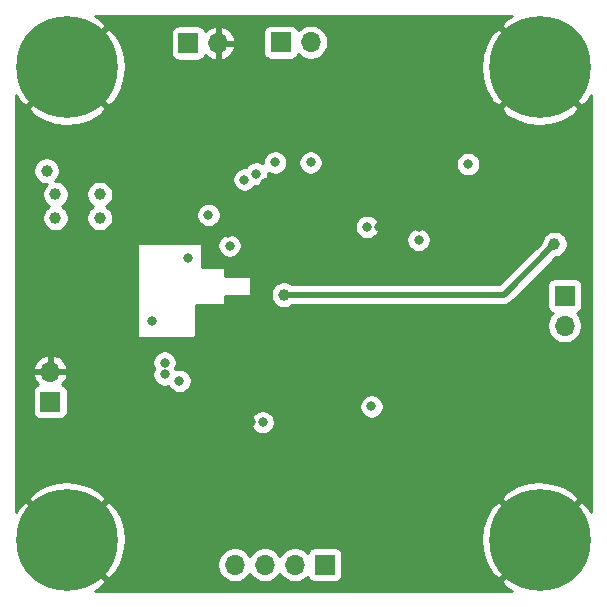
<source format=gbr>
G04 #@! TF.GenerationSoftware,KiCad,Pcbnew,(5.1.5)-3*
G04 #@! TF.CreationDate,2020-06-14T16:13:44+03:00*
G04 #@! TF.ProjectId,dev_board,6465765f-626f-4617-9264-2e6b69636164,rev?*
G04 #@! TF.SameCoordinates,Original*
G04 #@! TF.FileFunction,Copper,L4,Bot*
G04 #@! TF.FilePolarity,Positive*
%FSLAX46Y46*%
G04 Gerber Fmt 4.6, Leading zero omitted, Abs format (unit mm)*
G04 Created by KiCad (PCBNEW (5.1.5)-3) date 2020-06-14 16:13:44*
%MOMM*%
%LPD*%
G04 APERTURE LIST*
%ADD10C,0.900000*%
%ADD11C,8.600000*%
%ADD12O,1.700000X1.700000*%
%ADD13R,1.700000X1.700000*%
%ADD14C,0.800000*%
%ADD15C,1.000000*%
%ADD16C,0.500000*%
%ADD17C,0.254000*%
G04 APERTURE END LIST*
D10*
X37280419Y-32719581D03*
X35000000Y-31775000D03*
X32719581Y-32719581D03*
X31775000Y-35000000D03*
X32719581Y-37280419D03*
X35000000Y-38225000D03*
X37280419Y-37280419D03*
X38225000Y-35000000D03*
D11*
X35000000Y-35000000D03*
X75000000Y-35000000D03*
D10*
X78225000Y-35000000D03*
X77280419Y-37280419D03*
X75000000Y-38225000D03*
X72719581Y-37280419D03*
X71775000Y-35000000D03*
X72719581Y-32719581D03*
X75000000Y-31775000D03*
X77280419Y-32719581D03*
X77280419Y-72719581D03*
X75000000Y-71775000D03*
X72719581Y-72719581D03*
X71775000Y-75000000D03*
X72719581Y-77280419D03*
X75000000Y-78225000D03*
X77280419Y-77280419D03*
X78225000Y-75000000D03*
D11*
X75000000Y-75000000D03*
X35000000Y-75000000D03*
D10*
X38225000Y-75000000D03*
X37280419Y-77280419D03*
X35000000Y-78225000D03*
X32719581Y-77280419D03*
X31775000Y-75000000D03*
X32719581Y-72719581D03*
X35000000Y-71775000D03*
X37280419Y-72719581D03*
D12*
X33550000Y-60760000D03*
D13*
X33550000Y-63300000D03*
D12*
X77110000Y-56870000D03*
D13*
X77110000Y-54330000D03*
X53080000Y-32870000D03*
D12*
X55620000Y-32870000D03*
D13*
X45240000Y-32940000D03*
D12*
X47780000Y-32940000D03*
D13*
X56810000Y-77110000D03*
D12*
X54270000Y-77110000D03*
X51730000Y-77110000D03*
X49190000Y-77110000D03*
D14*
X43100000Y-45400000D03*
X48600000Y-49000000D03*
X61700000Y-60350000D03*
X61400000Y-48500000D03*
X49400000Y-62550000D03*
X48300000Y-43850000D03*
X63250000Y-63250000D03*
X46950000Y-45950000D03*
X46950000Y-47500000D03*
X51750000Y-44750000D03*
X50000000Y-44500000D03*
X51000000Y-44000000D03*
D15*
X32000000Y-50000000D03*
X32000000Y-52750000D03*
X32250000Y-55750000D03*
X34500000Y-55750000D03*
X34500000Y-57750000D03*
X32250000Y-57750000D03*
X37750000Y-45750000D03*
X37750000Y-47750000D03*
X34000000Y-47750000D03*
X34000000Y-45750000D03*
X33250000Y-43750000D03*
D14*
X45200000Y-51100000D03*
X42200000Y-56500000D03*
X64750000Y-48550000D03*
X65650000Y-51150000D03*
X63200000Y-61850000D03*
X58400000Y-65950000D03*
X57000000Y-64950000D03*
X50550000Y-65050000D03*
X51550000Y-65050000D03*
X43250000Y-60000000D03*
X43250000Y-61000000D03*
X64750000Y-49600000D03*
X60400000Y-48500000D03*
X68950000Y-43200000D03*
X60750000Y-63700000D03*
X44500000Y-61550000D03*
X46400000Y-55500000D03*
X47450000Y-55500000D03*
X44750000Y-46800000D03*
X41350000Y-46800000D03*
X48750000Y-50100000D03*
X52600000Y-43050000D03*
X55600000Y-43050000D03*
X68950000Y-44500000D03*
X69100000Y-48050000D03*
D15*
X60000000Y-32500000D03*
X65000000Y-32500000D03*
X65000000Y-37500000D03*
X60000000Y-37500000D03*
X60000000Y-42500000D03*
X65000000Y-42500000D03*
X50000000Y-37500000D03*
X42500000Y-37500000D03*
X42500000Y-40000000D03*
X50000000Y-40000000D03*
X67500000Y-62500000D03*
X72500000Y-62500000D03*
X77500000Y-62500000D03*
X77500000Y-67500000D03*
X72500000Y-67500000D03*
X57500000Y-67500000D03*
X60000000Y-72500000D03*
X65000000Y-72500000D03*
X70000000Y-72500000D03*
X65000000Y-77500000D03*
X60000000Y-77500000D03*
X70000000Y-77500000D03*
X40000000Y-77500000D03*
X40000000Y-72500000D03*
X40000000Y-67500000D03*
X45000000Y-67500000D03*
X50000000Y-67500000D03*
X45000000Y-72500000D03*
X45000000Y-77500000D03*
X70000000Y-57500000D03*
X35000000Y-67500000D03*
X53350000Y-54250000D03*
X76250000Y-49950000D03*
D16*
X71950000Y-54250000D02*
X76250000Y-49950000D01*
X53350000Y-54250000D02*
X71950000Y-54250000D01*
D17*
G36*
X72301560Y-30839606D02*
G01*
X72188946Y-30914851D01*
X71696787Y-31517182D01*
X75000000Y-34820395D01*
X75014143Y-34806253D01*
X75193748Y-34985858D01*
X75179605Y-35000000D01*
X78482818Y-38303213D01*
X79085149Y-37811054D01*
X79340000Y-37349534D01*
X79340001Y-72648909D01*
X79160394Y-72301560D01*
X79085149Y-72188946D01*
X78482818Y-71696787D01*
X75179605Y-75000000D01*
X75193748Y-75014143D01*
X75014143Y-75193748D01*
X75000000Y-75179605D01*
X71696787Y-78482818D01*
X72188946Y-79085149D01*
X72650466Y-79340000D01*
X37351093Y-79340000D01*
X37698440Y-79160394D01*
X37811054Y-79085149D01*
X38303213Y-78482818D01*
X35000000Y-75179605D01*
X34985858Y-75193748D01*
X34806253Y-75014143D01*
X34820395Y-75000000D01*
X35179605Y-75000000D01*
X38482818Y-78303213D01*
X39085149Y-77811054D01*
X39553034Y-76963740D01*
X47705000Y-76963740D01*
X47705000Y-77256260D01*
X47762068Y-77543158D01*
X47874010Y-77813411D01*
X48036525Y-78056632D01*
X48243368Y-78263475D01*
X48486589Y-78425990D01*
X48756842Y-78537932D01*
X49043740Y-78595000D01*
X49336260Y-78595000D01*
X49623158Y-78537932D01*
X49893411Y-78425990D01*
X50136632Y-78263475D01*
X50343475Y-78056632D01*
X50460000Y-77882240D01*
X50576525Y-78056632D01*
X50783368Y-78263475D01*
X51026589Y-78425990D01*
X51296842Y-78537932D01*
X51583740Y-78595000D01*
X51876260Y-78595000D01*
X52163158Y-78537932D01*
X52433411Y-78425990D01*
X52676632Y-78263475D01*
X52883475Y-78056632D01*
X53000000Y-77882240D01*
X53116525Y-78056632D01*
X53323368Y-78263475D01*
X53566589Y-78425990D01*
X53836842Y-78537932D01*
X54123740Y-78595000D01*
X54416260Y-78595000D01*
X54703158Y-78537932D01*
X54973411Y-78425990D01*
X55216632Y-78263475D01*
X55348487Y-78131620D01*
X55370498Y-78204180D01*
X55429463Y-78314494D01*
X55508815Y-78411185D01*
X55605506Y-78490537D01*
X55715820Y-78549502D01*
X55835518Y-78585812D01*
X55960000Y-78598072D01*
X57660000Y-78598072D01*
X57784482Y-78585812D01*
X57904180Y-78549502D01*
X58014494Y-78490537D01*
X58111185Y-78411185D01*
X58190537Y-78314494D01*
X58249502Y-78204180D01*
X58285812Y-78084482D01*
X58298072Y-77960000D01*
X58298072Y-76260000D01*
X58285812Y-76135518D01*
X58249502Y-76015820D01*
X58190537Y-75905506D01*
X58111185Y-75808815D01*
X58014494Y-75729463D01*
X57904180Y-75670498D01*
X57784482Y-75634188D01*
X57660000Y-75621928D01*
X55960000Y-75621928D01*
X55835518Y-75634188D01*
X55715820Y-75670498D01*
X55605506Y-75729463D01*
X55508815Y-75808815D01*
X55429463Y-75905506D01*
X55370498Y-76015820D01*
X55348487Y-76088380D01*
X55216632Y-75956525D01*
X54973411Y-75794010D01*
X54703158Y-75682068D01*
X54416260Y-75625000D01*
X54123740Y-75625000D01*
X53836842Y-75682068D01*
X53566589Y-75794010D01*
X53323368Y-75956525D01*
X53116525Y-76163368D01*
X53000000Y-76337760D01*
X52883475Y-76163368D01*
X52676632Y-75956525D01*
X52433411Y-75794010D01*
X52163158Y-75682068D01*
X51876260Y-75625000D01*
X51583740Y-75625000D01*
X51296842Y-75682068D01*
X51026589Y-75794010D01*
X50783368Y-75956525D01*
X50576525Y-76163368D01*
X50460000Y-76337760D01*
X50343475Y-76163368D01*
X50136632Y-75956525D01*
X49893411Y-75794010D01*
X49623158Y-75682068D01*
X49336260Y-75625000D01*
X49043740Y-75625000D01*
X48756842Y-75682068D01*
X48486589Y-75794010D01*
X48243368Y-75956525D01*
X48036525Y-76163368D01*
X47874010Y-76406589D01*
X47762068Y-76676842D01*
X47705000Y-76963740D01*
X39553034Y-76963740D01*
X39555063Y-76960067D01*
X39849929Y-76033757D01*
X39958414Y-75067719D01*
X39946940Y-74932281D01*
X70041586Y-74932281D01*
X70123649Y-75900921D01*
X70393107Y-76834938D01*
X70839606Y-77698440D01*
X70914851Y-77811054D01*
X71517182Y-78303213D01*
X74820395Y-75000000D01*
X71517182Y-71696787D01*
X70914851Y-72188946D01*
X70444937Y-73039933D01*
X70150071Y-73966243D01*
X70041586Y-74932281D01*
X39946940Y-74932281D01*
X39876351Y-74099079D01*
X39606893Y-73165062D01*
X39160394Y-72301560D01*
X39085149Y-72188946D01*
X38482818Y-71696787D01*
X35179605Y-75000000D01*
X34820395Y-75000000D01*
X31517182Y-71696787D01*
X30914851Y-72188946D01*
X30660000Y-72650466D01*
X30660000Y-71517182D01*
X31696787Y-71517182D01*
X35000000Y-74820395D01*
X38303213Y-71517182D01*
X71696787Y-71517182D01*
X75000000Y-74820395D01*
X78303213Y-71517182D01*
X77811054Y-70914851D01*
X76960067Y-70444937D01*
X76033757Y-70150071D01*
X75067719Y-70041586D01*
X74099079Y-70123649D01*
X73165062Y-70393107D01*
X72301560Y-70839606D01*
X72188946Y-70914851D01*
X71696787Y-71517182D01*
X38303213Y-71517182D01*
X37811054Y-70914851D01*
X36960067Y-70444937D01*
X36033757Y-70150071D01*
X35067719Y-70041586D01*
X34099079Y-70123649D01*
X33165062Y-70393107D01*
X32301560Y-70839606D01*
X32188946Y-70914851D01*
X31696787Y-71517182D01*
X30660000Y-71517182D01*
X30660000Y-64948061D01*
X50515000Y-64948061D01*
X50515000Y-65151939D01*
X50554774Y-65351898D01*
X50632795Y-65540256D01*
X50746063Y-65709774D01*
X50890226Y-65853937D01*
X51059744Y-65967205D01*
X51248102Y-66045226D01*
X51448061Y-66085000D01*
X51651939Y-66085000D01*
X51851898Y-66045226D01*
X52040256Y-65967205D01*
X52209774Y-65853937D01*
X52353937Y-65709774D01*
X52467205Y-65540256D01*
X52545226Y-65351898D01*
X52585000Y-65151939D01*
X52585000Y-64948061D01*
X52545226Y-64748102D01*
X52467205Y-64559744D01*
X52353937Y-64390226D01*
X52209774Y-64246063D01*
X52040256Y-64132795D01*
X51851898Y-64054774D01*
X51651939Y-64015000D01*
X51448061Y-64015000D01*
X51248102Y-64054774D01*
X51059744Y-64132795D01*
X50890226Y-64246063D01*
X50746063Y-64390226D01*
X50632795Y-64559744D01*
X50554774Y-64748102D01*
X50515000Y-64948061D01*
X30660000Y-64948061D01*
X30660000Y-62450000D01*
X32061928Y-62450000D01*
X32061928Y-64150000D01*
X32074188Y-64274482D01*
X32110498Y-64394180D01*
X32169463Y-64504494D01*
X32248815Y-64601185D01*
X32345506Y-64680537D01*
X32455820Y-64739502D01*
X32575518Y-64775812D01*
X32700000Y-64788072D01*
X34400000Y-64788072D01*
X34524482Y-64775812D01*
X34644180Y-64739502D01*
X34754494Y-64680537D01*
X34851185Y-64601185D01*
X34930537Y-64504494D01*
X34989502Y-64394180D01*
X35025812Y-64274482D01*
X35038072Y-64150000D01*
X35038072Y-63598061D01*
X59715000Y-63598061D01*
X59715000Y-63801939D01*
X59754774Y-64001898D01*
X59832795Y-64190256D01*
X59946063Y-64359774D01*
X60090226Y-64503937D01*
X60259744Y-64617205D01*
X60448102Y-64695226D01*
X60648061Y-64735000D01*
X60851939Y-64735000D01*
X61051898Y-64695226D01*
X61240256Y-64617205D01*
X61409774Y-64503937D01*
X61553937Y-64359774D01*
X61667205Y-64190256D01*
X61745226Y-64001898D01*
X61785000Y-63801939D01*
X61785000Y-63598061D01*
X61745226Y-63398102D01*
X61667205Y-63209744D01*
X61553937Y-63040226D01*
X61409774Y-62896063D01*
X61240256Y-62782795D01*
X61051898Y-62704774D01*
X60851939Y-62665000D01*
X60648061Y-62665000D01*
X60448102Y-62704774D01*
X60259744Y-62782795D01*
X60090226Y-62896063D01*
X59946063Y-63040226D01*
X59832795Y-63209744D01*
X59754774Y-63398102D01*
X59715000Y-63598061D01*
X35038072Y-63598061D01*
X35038072Y-62450000D01*
X35025812Y-62325518D01*
X34989502Y-62205820D01*
X34930537Y-62095506D01*
X34851185Y-61998815D01*
X34754494Y-61919463D01*
X34644180Y-61860498D01*
X34563534Y-61836034D01*
X34647588Y-61760269D01*
X34821641Y-61526920D01*
X34946825Y-61264099D01*
X34991476Y-61116890D01*
X34870155Y-60887000D01*
X33677000Y-60887000D01*
X33677000Y-60907000D01*
X33423000Y-60907000D01*
X33423000Y-60887000D01*
X32229845Y-60887000D01*
X32108524Y-61116890D01*
X32153175Y-61264099D01*
X32278359Y-61526920D01*
X32452412Y-61760269D01*
X32536466Y-61836034D01*
X32455820Y-61860498D01*
X32345506Y-61919463D01*
X32248815Y-61998815D01*
X32169463Y-62095506D01*
X32110498Y-62205820D01*
X32074188Y-62325518D01*
X32061928Y-62450000D01*
X30660000Y-62450000D01*
X30660000Y-60403110D01*
X32108524Y-60403110D01*
X32229845Y-60633000D01*
X33423000Y-60633000D01*
X33423000Y-59439186D01*
X33677000Y-59439186D01*
X33677000Y-60633000D01*
X34870155Y-60633000D01*
X34991476Y-60403110D01*
X34946825Y-60255901D01*
X34821641Y-59993080D01*
X34750768Y-59898061D01*
X42215000Y-59898061D01*
X42215000Y-60101939D01*
X42254774Y-60301898D01*
X42332795Y-60490256D01*
X42339306Y-60500000D01*
X42332795Y-60509744D01*
X42254774Y-60698102D01*
X42215000Y-60898061D01*
X42215000Y-61101939D01*
X42254774Y-61301898D01*
X42332795Y-61490256D01*
X42446063Y-61659774D01*
X42590226Y-61803937D01*
X42759744Y-61917205D01*
X42948102Y-61995226D01*
X43148061Y-62035000D01*
X43351939Y-62035000D01*
X43551898Y-61995226D01*
X43562350Y-61990897D01*
X43582795Y-62040256D01*
X43696063Y-62209774D01*
X43840226Y-62353937D01*
X44009744Y-62467205D01*
X44198102Y-62545226D01*
X44398061Y-62585000D01*
X44601939Y-62585000D01*
X44801898Y-62545226D01*
X44990256Y-62467205D01*
X45159774Y-62353937D01*
X45303937Y-62209774D01*
X45417205Y-62040256D01*
X45495226Y-61851898D01*
X45535000Y-61651939D01*
X45535000Y-61448061D01*
X45495226Y-61248102D01*
X45417205Y-61059744D01*
X45303937Y-60890226D01*
X45159774Y-60746063D01*
X44990256Y-60632795D01*
X44801898Y-60554774D01*
X44601939Y-60515000D01*
X44398061Y-60515000D01*
X44198102Y-60554774D01*
X44187650Y-60559103D01*
X44167205Y-60509744D01*
X44160694Y-60500000D01*
X44167205Y-60490256D01*
X44245226Y-60301898D01*
X44285000Y-60101939D01*
X44285000Y-59898061D01*
X44245226Y-59698102D01*
X44167205Y-59509744D01*
X44053937Y-59340226D01*
X43909774Y-59196063D01*
X43740256Y-59082795D01*
X43551898Y-59004774D01*
X43351939Y-58965000D01*
X43148061Y-58965000D01*
X42948102Y-59004774D01*
X42759744Y-59082795D01*
X42590226Y-59196063D01*
X42446063Y-59340226D01*
X42332795Y-59509744D01*
X42254774Y-59698102D01*
X42215000Y-59898061D01*
X34750768Y-59898061D01*
X34647588Y-59759731D01*
X34431355Y-59564822D01*
X34181252Y-59415843D01*
X33906891Y-59318519D01*
X33677000Y-59439186D01*
X33423000Y-59439186D01*
X33193109Y-59318519D01*
X32918748Y-59415843D01*
X32668645Y-59564822D01*
X32452412Y-59759731D01*
X32278359Y-59993080D01*
X32153175Y-60255901D01*
X32108524Y-60403110D01*
X30660000Y-60403110D01*
X30660000Y-50000000D01*
X40873000Y-50000000D01*
X40873000Y-57750000D01*
X40875440Y-57774776D01*
X40882667Y-57798601D01*
X40894403Y-57820557D01*
X40910197Y-57839803D01*
X40929443Y-57855597D01*
X40951399Y-57867333D01*
X40975224Y-57874560D01*
X41000000Y-57877000D01*
X45750000Y-57877000D01*
X45774776Y-57874560D01*
X45798601Y-57867333D01*
X45820557Y-57855597D01*
X45839803Y-57839803D01*
X45855597Y-57820557D01*
X45867333Y-57798601D01*
X45874560Y-57774776D01*
X45877000Y-57750000D01*
X45877000Y-55127000D01*
X48250000Y-55127000D01*
X48274776Y-55124560D01*
X48298601Y-55117333D01*
X48320557Y-55105597D01*
X48339803Y-55089803D01*
X48355597Y-55070557D01*
X48367333Y-55048601D01*
X48374560Y-55024776D01*
X48377000Y-55000000D01*
X48377000Y-54352000D01*
X50400000Y-54352000D01*
X50424776Y-54349560D01*
X50448601Y-54342333D01*
X50470557Y-54330597D01*
X50489803Y-54314803D01*
X50505597Y-54295557D01*
X50517333Y-54273601D01*
X50524560Y-54249776D01*
X50527000Y-54225000D01*
X50527000Y-54138212D01*
X52215000Y-54138212D01*
X52215000Y-54361788D01*
X52258617Y-54581067D01*
X52344176Y-54787624D01*
X52468388Y-54973520D01*
X52626480Y-55131612D01*
X52812376Y-55255824D01*
X53018933Y-55341383D01*
X53238212Y-55385000D01*
X53461788Y-55385000D01*
X53681067Y-55341383D01*
X53887624Y-55255824D01*
X54068450Y-55135000D01*
X71906531Y-55135000D01*
X71950000Y-55139281D01*
X71993469Y-55135000D01*
X71993477Y-55135000D01*
X72123490Y-55122195D01*
X72290313Y-55071589D01*
X72444059Y-54989411D01*
X72578817Y-54878817D01*
X72606534Y-54845044D01*
X73971578Y-53480000D01*
X75621928Y-53480000D01*
X75621928Y-55180000D01*
X75634188Y-55304482D01*
X75670498Y-55424180D01*
X75729463Y-55534494D01*
X75808815Y-55631185D01*
X75905506Y-55710537D01*
X76015820Y-55769502D01*
X76088380Y-55791513D01*
X75956525Y-55923368D01*
X75794010Y-56166589D01*
X75682068Y-56436842D01*
X75625000Y-56723740D01*
X75625000Y-57016260D01*
X75682068Y-57303158D01*
X75794010Y-57573411D01*
X75956525Y-57816632D01*
X76163368Y-58023475D01*
X76406589Y-58185990D01*
X76676842Y-58297932D01*
X76963740Y-58355000D01*
X77256260Y-58355000D01*
X77543158Y-58297932D01*
X77813411Y-58185990D01*
X78056632Y-58023475D01*
X78263475Y-57816632D01*
X78425990Y-57573411D01*
X78537932Y-57303158D01*
X78595000Y-57016260D01*
X78595000Y-56723740D01*
X78537932Y-56436842D01*
X78425990Y-56166589D01*
X78263475Y-55923368D01*
X78131620Y-55791513D01*
X78204180Y-55769502D01*
X78314494Y-55710537D01*
X78411185Y-55631185D01*
X78490537Y-55534494D01*
X78549502Y-55424180D01*
X78585812Y-55304482D01*
X78598072Y-55180000D01*
X78598072Y-53480000D01*
X78585812Y-53355518D01*
X78549502Y-53235820D01*
X78490537Y-53125506D01*
X78411185Y-53028815D01*
X78314494Y-52949463D01*
X78204180Y-52890498D01*
X78084482Y-52854188D01*
X77960000Y-52841928D01*
X76260000Y-52841928D01*
X76135518Y-52854188D01*
X76015820Y-52890498D01*
X75905506Y-52949463D01*
X75808815Y-53028815D01*
X75729463Y-53125506D01*
X75670498Y-53235820D01*
X75634188Y-53355518D01*
X75621928Y-53480000D01*
X73971578Y-53480000D01*
X76367768Y-51083810D01*
X76581067Y-51041383D01*
X76787624Y-50955824D01*
X76973520Y-50831612D01*
X77131612Y-50673520D01*
X77255824Y-50487624D01*
X77341383Y-50281067D01*
X77385000Y-50061788D01*
X77385000Y-49838212D01*
X77341383Y-49618933D01*
X77255824Y-49412376D01*
X77131612Y-49226480D01*
X76973520Y-49068388D01*
X76787624Y-48944176D01*
X76581067Y-48858617D01*
X76361788Y-48815000D01*
X76138212Y-48815000D01*
X75918933Y-48858617D01*
X75712376Y-48944176D01*
X75526480Y-49068388D01*
X75368388Y-49226480D01*
X75244176Y-49412376D01*
X75158617Y-49618933D01*
X75116190Y-49832232D01*
X71583422Y-53365000D01*
X54068450Y-53365000D01*
X53887624Y-53244176D01*
X53681067Y-53158617D01*
X53461788Y-53115000D01*
X53238212Y-53115000D01*
X53018933Y-53158617D01*
X52812376Y-53244176D01*
X52626480Y-53368388D01*
X52468388Y-53526480D01*
X52344176Y-53712376D01*
X52258617Y-53918933D01*
X52215000Y-54138212D01*
X50527000Y-54138212D01*
X50527000Y-52775000D01*
X50524560Y-52750224D01*
X50517333Y-52726399D01*
X50505597Y-52704443D01*
X50489803Y-52685197D01*
X50470557Y-52669403D01*
X50448601Y-52657667D01*
X50424776Y-52650440D01*
X50400000Y-52648000D01*
X48377000Y-52648000D01*
X48377000Y-52000000D01*
X48374560Y-51975224D01*
X48367333Y-51951399D01*
X48355597Y-51929443D01*
X48339803Y-51910197D01*
X48320557Y-51894403D01*
X48298601Y-51882667D01*
X48274776Y-51875440D01*
X48250000Y-51873000D01*
X46377000Y-51873000D01*
X46377000Y-50000000D01*
X46376810Y-49998061D01*
X47715000Y-49998061D01*
X47715000Y-50201939D01*
X47754774Y-50401898D01*
X47832795Y-50590256D01*
X47946063Y-50759774D01*
X48090226Y-50903937D01*
X48259744Y-51017205D01*
X48448102Y-51095226D01*
X48648061Y-51135000D01*
X48851939Y-51135000D01*
X49051898Y-51095226D01*
X49240256Y-51017205D01*
X49409774Y-50903937D01*
X49553937Y-50759774D01*
X49667205Y-50590256D01*
X49745226Y-50401898D01*
X49785000Y-50201939D01*
X49785000Y-49998061D01*
X49745226Y-49798102D01*
X49667205Y-49609744D01*
X49553937Y-49440226D01*
X49409774Y-49296063D01*
X49240256Y-49182795D01*
X49051898Y-49104774D01*
X48851939Y-49065000D01*
X48648061Y-49065000D01*
X48448102Y-49104774D01*
X48259744Y-49182795D01*
X48090226Y-49296063D01*
X47946063Y-49440226D01*
X47832795Y-49609744D01*
X47754774Y-49798102D01*
X47715000Y-49998061D01*
X46376810Y-49998061D01*
X46374560Y-49975224D01*
X46367333Y-49951399D01*
X46355597Y-49929443D01*
X46339803Y-49910197D01*
X46320557Y-49894403D01*
X46298601Y-49882667D01*
X46274776Y-49875440D01*
X46250000Y-49873000D01*
X41000000Y-49873000D01*
X40975224Y-49875440D01*
X40951399Y-49882667D01*
X40929443Y-49894403D01*
X40910197Y-49910197D01*
X40894403Y-49929443D01*
X40882667Y-49951399D01*
X40875440Y-49975224D01*
X40873000Y-50000000D01*
X30660000Y-50000000D01*
X30660000Y-43638212D01*
X32115000Y-43638212D01*
X32115000Y-43861788D01*
X32158617Y-44081067D01*
X32244176Y-44287624D01*
X32368388Y-44473520D01*
X32526480Y-44631612D01*
X32712376Y-44755824D01*
X32918933Y-44841383D01*
X33138212Y-44885000D01*
X33259868Y-44885000D01*
X33118388Y-45026480D01*
X32994176Y-45212376D01*
X32908617Y-45418933D01*
X32865000Y-45638212D01*
X32865000Y-45861788D01*
X32908617Y-46081067D01*
X32994176Y-46287624D01*
X33118388Y-46473520D01*
X33276480Y-46631612D01*
X33453660Y-46750000D01*
X33276480Y-46868388D01*
X33118388Y-47026480D01*
X32994176Y-47212376D01*
X32908617Y-47418933D01*
X32865000Y-47638212D01*
X32865000Y-47861788D01*
X32908617Y-48081067D01*
X32994176Y-48287624D01*
X33118388Y-48473520D01*
X33276480Y-48631612D01*
X33462376Y-48755824D01*
X33668933Y-48841383D01*
X33888212Y-48885000D01*
X34111788Y-48885000D01*
X34331067Y-48841383D01*
X34537624Y-48755824D01*
X34723520Y-48631612D01*
X34881612Y-48473520D01*
X35005824Y-48287624D01*
X35091383Y-48081067D01*
X35135000Y-47861788D01*
X35135000Y-47638212D01*
X35091383Y-47418933D01*
X35005824Y-47212376D01*
X34881612Y-47026480D01*
X34723520Y-46868388D01*
X34546340Y-46750000D01*
X34723520Y-46631612D01*
X34881612Y-46473520D01*
X35005824Y-46287624D01*
X35091383Y-46081067D01*
X35135000Y-45861788D01*
X35135000Y-45638212D01*
X36615000Y-45638212D01*
X36615000Y-45861788D01*
X36658617Y-46081067D01*
X36744176Y-46287624D01*
X36868388Y-46473520D01*
X37026480Y-46631612D01*
X37203660Y-46750000D01*
X37026480Y-46868388D01*
X36868388Y-47026480D01*
X36744176Y-47212376D01*
X36658617Y-47418933D01*
X36615000Y-47638212D01*
X36615000Y-47861788D01*
X36658617Y-48081067D01*
X36744176Y-48287624D01*
X36868388Y-48473520D01*
X37026480Y-48631612D01*
X37212376Y-48755824D01*
X37418933Y-48841383D01*
X37638212Y-48885000D01*
X37861788Y-48885000D01*
X38081067Y-48841383D01*
X38287624Y-48755824D01*
X38473520Y-48631612D01*
X38631612Y-48473520D01*
X38755824Y-48287624D01*
X38841383Y-48081067D01*
X38885000Y-47861788D01*
X38885000Y-47638212D01*
X38841383Y-47418933D01*
X38832738Y-47398061D01*
X45915000Y-47398061D01*
X45915000Y-47601939D01*
X45954774Y-47801898D01*
X46032795Y-47990256D01*
X46146063Y-48159774D01*
X46290226Y-48303937D01*
X46459744Y-48417205D01*
X46648102Y-48495226D01*
X46848061Y-48535000D01*
X47051939Y-48535000D01*
X47251898Y-48495226D01*
X47440256Y-48417205D01*
X47468907Y-48398061D01*
X59365000Y-48398061D01*
X59365000Y-48601939D01*
X59404774Y-48801898D01*
X59482795Y-48990256D01*
X59596063Y-49159774D01*
X59740226Y-49303937D01*
X59909744Y-49417205D01*
X60098102Y-49495226D01*
X60298061Y-49535000D01*
X60501939Y-49535000D01*
X60687645Y-49498061D01*
X63715000Y-49498061D01*
X63715000Y-49701939D01*
X63754774Y-49901898D01*
X63832795Y-50090256D01*
X63946063Y-50259774D01*
X64090226Y-50403937D01*
X64259744Y-50517205D01*
X64448102Y-50595226D01*
X64648061Y-50635000D01*
X64851939Y-50635000D01*
X65051898Y-50595226D01*
X65240256Y-50517205D01*
X65409774Y-50403937D01*
X65553937Y-50259774D01*
X65667205Y-50090256D01*
X65745226Y-49901898D01*
X65785000Y-49701939D01*
X65785000Y-49498061D01*
X65745226Y-49298102D01*
X65667205Y-49109744D01*
X65553937Y-48940226D01*
X65409774Y-48796063D01*
X65240256Y-48682795D01*
X65051898Y-48604774D01*
X64851939Y-48565000D01*
X64648061Y-48565000D01*
X64448102Y-48604774D01*
X64259744Y-48682795D01*
X64090226Y-48796063D01*
X63946063Y-48940226D01*
X63832795Y-49109744D01*
X63754774Y-49298102D01*
X63715000Y-49498061D01*
X60687645Y-49498061D01*
X60701898Y-49495226D01*
X60890256Y-49417205D01*
X61059774Y-49303937D01*
X61203937Y-49159774D01*
X61317205Y-48990256D01*
X61395226Y-48801898D01*
X61435000Y-48601939D01*
X61435000Y-48398061D01*
X61395226Y-48198102D01*
X61317205Y-48009744D01*
X61203937Y-47840226D01*
X61059774Y-47696063D01*
X60890256Y-47582795D01*
X60701898Y-47504774D01*
X60501939Y-47465000D01*
X60298061Y-47465000D01*
X60098102Y-47504774D01*
X59909744Y-47582795D01*
X59740226Y-47696063D01*
X59596063Y-47840226D01*
X59482795Y-48009744D01*
X59404774Y-48198102D01*
X59365000Y-48398061D01*
X47468907Y-48398061D01*
X47609774Y-48303937D01*
X47753937Y-48159774D01*
X47867205Y-47990256D01*
X47945226Y-47801898D01*
X47985000Y-47601939D01*
X47985000Y-47398061D01*
X47945226Y-47198102D01*
X47867205Y-47009744D01*
X47753937Y-46840226D01*
X47609774Y-46696063D01*
X47440256Y-46582795D01*
X47251898Y-46504774D01*
X47051939Y-46465000D01*
X46848061Y-46465000D01*
X46648102Y-46504774D01*
X46459744Y-46582795D01*
X46290226Y-46696063D01*
X46146063Y-46840226D01*
X46032795Y-47009744D01*
X45954774Y-47198102D01*
X45915000Y-47398061D01*
X38832738Y-47398061D01*
X38755824Y-47212376D01*
X38631612Y-47026480D01*
X38473520Y-46868388D01*
X38296340Y-46750000D01*
X38473520Y-46631612D01*
X38631612Y-46473520D01*
X38755824Y-46287624D01*
X38841383Y-46081067D01*
X38885000Y-45861788D01*
X38885000Y-45638212D01*
X38841383Y-45418933D01*
X38755824Y-45212376D01*
X38631612Y-45026480D01*
X38473520Y-44868388D01*
X38287624Y-44744176D01*
X38081067Y-44658617D01*
X37861788Y-44615000D01*
X37638212Y-44615000D01*
X37418933Y-44658617D01*
X37212376Y-44744176D01*
X37026480Y-44868388D01*
X36868388Y-45026480D01*
X36744176Y-45212376D01*
X36658617Y-45418933D01*
X36615000Y-45638212D01*
X35135000Y-45638212D01*
X35091383Y-45418933D01*
X35005824Y-45212376D01*
X34881612Y-45026480D01*
X34723520Y-44868388D01*
X34537624Y-44744176D01*
X34331067Y-44658617D01*
X34111788Y-44615000D01*
X33990132Y-44615000D01*
X34131612Y-44473520D01*
X34182032Y-44398061D01*
X48965000Y-44398061D01*
X48965000Y-44601939D01*
X49004774Y-44801898D01*
X49082795Y-44990256D01*
X49196063Y-45159774D01*
X49340226Y-45303937D01*
X49509744Y-45417205D01*
X49698102Y-45495226D01*
X49898061Y-45535000D01*
X50101939Y-45535000D01*
X50301898Y-45495226D01*
X50490256Y-45417205D01*
X50659774Y-45303937D01*
X50803937Y-45159774D01*
X50888570Y-45033112D01*
X50898061Y-45035000D01*
X51101939Y-45035000D01*
X51301898Y-44995226D01*
X51490256Y-44917205D01*
X51659774Y-44803937D01*
X51803937Y-44659774D01*
X51917205Y-44490256D01*
X51995226Y-44301898D01*
X52035000Y-44101939D01*
X52035000Y-43917263D01*
X52109744Y-43967205D01*
X52298102Y-44045226D01*
X52498061Y-44085000D01*
X52701939Y-44085000D01*
X52901898Y-44045226D01*
X53090256Y-43967205D01*
X53259774Y-43853937D01*
X53403937Y-43709774D01*
X53517205Y-43540256D01*
X53595226Y-43351898D01*
X53635000Y-43151939D01*
X53635000Y-42948061D01*
X54565000Y-42948061D01*
X54565000Y-43151939D01*
X54604774Y-43351898D01*
X54682795Y-43540256D01*
X54796063Y-43709774D01*
X54940226Y-43853937D01*
X55109744Y-43967205D01*
X55298102Y-44045226D01*
X55498061Y-44085000D01*
X55701939Y-44085000D01*
X55901898Y-44045226D01*
X56090256Y-43967205D01*
X56259774Y-43853937D01*
X56403937Y-43709774D01*
X56517205Y-43540256D01*
X56595226Y-43351898D01*
X56635000Y-43151939D01*
X56635000Y-43098061D01*
X67915000Y-43098061D01*
X67915000Y-43301939D01*
X67954774Y-43501898D01*
X68032795Y-43690256D01*
X68146063Y-43859774D01*
X68290226Y-44003937D01*
X68459744Y-44117205D01*
X68648102Y-44195226D01*
X68848061Y-44235000D01*
X69051939Y-44235000D01*
X69251898Y-44195226D01*
X69440256Y-44117205D01*
X69609774Y-44003937D01*
X69753937Y-43859774D01*
X69867205Y-43690256D01*
X69945226Y-43501898D01*
X69985000Y-43301939D01*
X69985000Y-43098061D01*
X69945226Y-42898102D01*
X69867205Y-42709744D01*
X69753937Y-42540226D01*
X69609774Y-42396063D01*
X69440256Y-42282795D01*
X69251898Y-42204774D01*
X69051939Y-42165000D01*
X68848061Y-42165000D01*
X68648102Y-42204774D01*
X68459744Y-42282795D01*
X68290226Y-42396063D01*
X68146063Y-42540226D01*
X68032795Y-42709744D01*
X67954774Y-42898102D01*
X67915000Y-43098061D01*
X56635000Y-43098061D01*
X56635000Y-42948061D01*
X56595226Y-42748102D01*
X56517205Y-42559744D01*
X56403937Y-42390226D01*
X56259774Y-42246063D01*
X56090256Y-42132795D01*
X55901898Y-42054774D01*
X55701939Y-42015000D01*
X55498061Y-42015000D01*
X55298102Y-42054774D01*
X55109744Y-42132795D01*
X54940226Y-42246063D01*
X54796063Y-42390226D01*
X54682795Y-42559744D01*
X54604774Y-42748102D01*
X54565000Y-42948061D01*
X53635000Y-42948061D01*
X53595226Y-42748102D01*
X53517205Y-42559744D01*
X53403937Y-42390226D01*
X53259774Y-42246063D01*
X53090256Y-42132795D01*
X52901898Y-42054774D01*
X52701939Y-42015000D01*
X52498061Y-42015000D01*
X52298102Y-42054774D01*
X52109744Y-42132795D01*
X51940226Y-42246063D01*
X51796063Y-42390226D01*
X51682795Y-42559744D01*
X51604774Y-42748102D01*
X51565000Y-42948061D01*
X51565000Y-43132737D01*
X51490256Y-43082795D01*
X51301898Y-43004774D01*
X51101939Y-42965000D01*
X50898061Y-42965000D01*
X50698102Y-43004774D01*
X50509744Y-43082795D01*
X50340226Y-43196063D01*
X50196063Y-43340226D01*
X50111430Y-43466888D01*
X50101939Y-43465000D01*
X49898061Y-43465000D01*
X49698102Y-43504774D01*
X49509744Y-43582795D01*
X49340226Y-43696063D01*
X49196063Y-43840226D01*
X49082795Y-44009744D01*
X49004774Y-44198102D01*
X48965000Y-44398061D01*
X34182032Y-44398061D01*
X34255824Y-44287624D01*
X34341383Y-44081067D01*
X34385000Y-43861788D01*
X34385000Y-43638212D01*
X34341383Y-43418933D01*
X34255824Y-43212376D01*
X34131612Y-43026480D01*
X33973520Y-42868388D01*
X33787624Y-42744176D01*
X33581067Y-42658617D01*
X33361788Y-42615000D01*
X33138212Y-42615000D01*
X32918933Y-42658617D01*
X32712376Y-42744176D01*
X32526480Y-42868388D01*
X32368388Y-43026480D01*
X32244176Y-43212376D01*
X32158617Y-43418933D01*
X32115000Y-43638212D01*
X30660000Y-43638212D01*
X30660000Y-38482818D01*
X31696787Y-38482818D01*
X32188946Y-39085149D01*
X33039933Y-39555063D01*
X33966243Y-39849929D01*
X34932281Y-39958414D01*
X35900921Y-39876351D01*
X36834938Y-39606893D01*
X37698440Y-39160394D01*
X37811054Y-39085149D01*
X38303213Y-38482818D01*
X71696787Y-38482818D01*
X72188946Y-39085149D01*
X73039933Y-39555063D01*
X73966243Y-39849929D01*
X74932281Y-39958414D01*
X75900921Y-39876351D01*
X76834938Y-39606893D01*
X77698440Y-39160394D01*
X77811054Y-39085149D01*
X78303213Y-38482818D01*
X75000000Y-35179605D01*
X71696787Y-38482818D01*
X38303213Y-38482818D01*
X35000000Y-35179605D01*
X31696787Y-38482818D01*
X30660000Y-38482818D01*
X30660000Y-37351093D01*
X30839606Y-37698440D01*
X30914851Y-37811054D01*
X31517182Y-38303213D01*
X34820395Y-35000000D01*
X35179605Y-35000000D01*
X38482818Y-38303213D01*
X39085149Y-37811054D01*
X39555063Y-36960067D01*
X39849929Y-36033757D01*
X39958414Y-35067719D01*
X39946940Y-34932281D01*
X70041586Y-34932281D01*
X70123649Y-35900921D01*
X70393107Y-36834938D01*
X70839606Y-37698440D01*
X70914851Y-37811054D01*
X71517182Y-38303213D01*
X74820395Y-35000000D01*
X71517182Y-31696787D01*
X70914851Y-32188946D01*
X70444937Y-33039933D01*
X70150071Y-33966243D01*
X70041586Y-34932281D01*
X39946940Y-34932281D01*
X39876351Y-34099079D01*
X39606893Y-33165062D01*
X39160394Y-32301560D01*
X39085149Y-32188946D01*
X38964054Y-32090000D01*
X43751928Y-32090000D01*
X43751928Y-33790000D01*
X43764188Y-33914482D01*
X43800498Y-34034180D01*
X43859463Y-34144494D01*
X43938815Y-34241185D01*
X44035506Y-34320537D01*
X44145820Y-34379502D01*
X44265518Y-34415812D01*
X44390000Y-34428072D01*
X46090000Y-34428072D01*
X46214482Y-34415812D01*
X46334180Y-34379502D01*
X46444494Y-34320537D01*
X46541185Y-34241185D01*
X46620537Y-34144494D01*
X46679502Y-34034180D01*
X46703966Y-33953534D01*
X46779731Y-34037588D01*
X47013080Y-34211641D01*
X47275901Y-34336825D01*
X47423110Y-34381476D01*
X47653000Y-34260155D01*
X47653000Y-33067000D01*
X47907000Y-33067000D01*
X47907000Y-34260155D01*
X48136890Y-34381476D01*
X48284099Y-34336825D01*
X48546920Y-34211641D01*
X48780269Y-34037588D01*
X48975178Y-33821355D01*
X49124157Y-33571252D01*
X49221481Y-33296891D01*
X49100814Y-33067000D01*
X47907000Y-33067000D01*
X47653000Y-33067000D01*
X47633000Y-33067000D01*
X47633000Y-32813000D01*
X47653000Y-32813000D01*
X47653000Y-31619845D01*
X47907000Y-31619845D01*
X47907000Y-32813000D01*
X49100814Y-32813000D01*
X49221481Y-32583109D01*
X49124157Y-32308748D01*
X48975178Y-32058645D01*
X48940345Y-32020000D01*
X51591928Y-32020000D01*
X51591928Y-33720000D01*
X51604188Y-33844482D01*
X51640498Y-33964180D01*
X51699463Y-34074494D01*
X51778815Y-34171185D01*
X51875506Y-34250537D01*
X51985820Y-34309502D01*
X52105518Y-34345812D01*
X52230000Y-34358072D01*
X53930000Y-34358072D01*
X54054482Y-34345812D01*
X54174180Y-34309502D01*
X54284494Y-34250537D01*
X54381185Y-34171185D01*
X54460537Y-34074494D01*
X54519502Y-33964180D01*
X54541513Y-33891620D01*
X54673368Y-34023475D01*
X54916589Y-34185990D01*
X55186842Y-34297932D01*
X55473740Y-34355000D01*
X55766260Y-34355000D01*
X56053158Y-34297932D01*
X56323411Y-34185990D01*
X56566632Y-34023475D01*
X56773475Y-33816632D01*
X56935990Y-33573411D01*
X57047932Y-33303158D01*
X57105000Y-33016260D01*
X57105000Y-32723740D01*
X57047932Y-32436842D01*
X56935990Y-32166589D01*
X56773475Y-31923368D01*
X56566632Y-31716525D01*
X56323411Y-31554010D01*
X56053158Y-31442068D01*
X55766260Y-31385000D01*
X55473740Y-31385000D01*
X55186842Y-31442068D01*
X54916589Y-31554010D01*
X54673368Y-31716525D01*
X54541513Y-31848380D01*
X54519502Y-31775820D01*
X54460537Y-31665506D01*
X54381185Y-31568815D01*
X54284494Y-31489463D01*
X54174180Y-31430498D01*
X54054482Y-31394188D01*
X53930000Y-31381928D01*
X52230000Y-31381928D01*
X52105518Y-31394188D01*
X51985820Y-31430498D01*
X51875506Y-31489463D01*
X51778815Y-31568815D01*
X51699463Y-31665506D01*
X51640498Y-31775820D01*
X51604188Y-31895518D01*
X51591928Y-32020000D01*
X48940345Y-32020000D01*
X48780269Y-31842412D01*
X48546920Y-31668359D01*
X48284099Y-31543175D01*
X48136890Y-31498524D01*
X47907000Y-31619845D01*
X47653000Y-31619845D01*
X47423110Y-31498524D01*
X47275901Y-31543175D01*
X47013080Y-31668359D01*
X46779731Y-31842412D01*
X46703966Y-31926466D01*
X46679502Y-31845820D01*
X46620537Y-31735506D01*
X46541185Y-31638815D01*
X46444494Y-31559463D01*
X46334180Y-31500498D01*
X46214482Y-31464188D01*
X46090000Y-31451928D01*
X44390000Y-31451928D01*
X44265518Y-31464188D01*
X44145820Y-31500498D01*
X44035506Y-31559463D01*
X43938815Y-31638815D01*
X43859463Y-31735506D01*
X43800498Y-31845820D01*
X43764188Y-31965518D01*
X43751928Y-32090000D01*
X38964054Y-32090000D01*
X38482818Y-31696787D01*
X35179605Y-35000000D01*
X34820395Y-35000000D01*
X34806253Y-34985858D01*
X34985858Y-34806253D01*
X35000000Y-34820395D01*
X38303213Y-31517182D01*
X37811054Y-30914851D01*
X37349534Y-30660000D01*
X72648907Y-30660000D01*
X72301560Y-30839606D01*
G37*
X72301560Y-30839606D02*
X72188946Y-30914851D01*
X71696787Y-31517182D01*
X75000000Y-34820395D01*
X75014143Y-34806253D01*
X75193748Y-34985858D01*
X75179605Y-35000000D01*
X78482818Y-38303213D01*
X79085149Y-37811054D01*
X79340000Y-37349534D01*
X79340001Y-72648909D01*
X79160394Y-72301560D01*
X79085149Y-72188946D01*
X78482818Y-71696787D01*
X75179605Y-75000000D01*
X75193748Y-75014143D01*
X75014143Y-75193748D01*
X75000000Y-75179605D01*
X71696787Y-78482818D01*
X72188946Y-79085149D01*
X72650466Y-79340000D01*
X37351093Y-79340000D01*
X37698440Y-79160394D01*
X37811054Y-79085149D01*
X38303213Y-78482818D01*
X35000000Y-75179605D01*
X34985858Y-75193748D01*
X34806253Y-75014143D01*
X34820395Y-75000000D01*
X35179605Y-75000000D01*
X38482818Y-78303213D01*
X39085149Y-77811054D01*
X39553034Y-76963740D01*
X47705000Y-76963740D01*
X47705000Y-77256260D01*
X47762068Y-77543158D01*
X47874010Y-77813411D01*
X48036525Y-78056632D01*
X48243368Y-78263475D01*
X48486589Y-78425990D01*
X48756842Y-78537932D01*
X49043740Y-78595000D01*
X49336260Y-78595000D01*
X49623158Y-78537932D01*
X49893411Y-78425990D01*
X50136632Y-78263475D01*
X50343475Y-78056632D01*
X50460000Y-77882240D01*
X50576525Y-78056632D01*
X50783368Y-78263475D01*
X51026589Y-78425990D01*
X51296842Y-78537932D01*
X51583740Y-78595000D01*
X51876260Y-78595000D01*
X52163158Y-78537932D01*
X52433411Y-78425990D01*
X52676632Y-78263475D01*
X52883475Y-78056632D01*
X53000000Y-77882240D01*
X53116525Y-78056632D01*
X53323368Y-78263475D01*
X53566589Y-78425990D01*
X53836842Y-78537932D01*
X54123740Y-78595000D01*
X54416260Y-78595000D01*
X54703158Y-78537932D01*
X54973411Y-78425990D01*
X55216632Y-78263475D01*
X55348487Y-78131620D01*
X55370498Y-78204180D01*
X55429463Y-78314494D01*
X55508815Y-78411185D01*
X55605506Y-78490537D01*
X55715820Y-78549502D01*
X55835518Y-78585812D01*
X55960000Y-78598072D01*
X57660000Y-78598072D01*
X57784482Y-78585812D01*
X57904180Y-78549502D01*
X58014494Y-78490537D01*
X58111185Y-78411185D01*
X58190537Y-78314494D01*
X58249502Y-78204180D01*
X58285812Y-78084482D01*
X58298072Y-77960000D01*
X58298072Y-76260000D01*
X58285812Y-76135518D01*
X58249502Y-76015820D01*
X58190537Y-75905506D01*
X58111185Y-75808815D01*
X58014494Y-75729463D01*
X57904180Y-75670498D01*
X57784482Y-75634188D01*
X57660000Y-75621928D01*
X55960000Y-75621928D01*
X55835518Y-75634188D01*
X55715820Y-75670498D01*
X55605506Y-75729463D01*
X55508815Y-75808815D01*
X55429463Y-75905506D01*
X55370498Y-76015820D01*
X55348487Y-76088380D01*
X55216632Y-75956525D01*
X54973411Y-75794010D01*
X54703158Y-75682068D01*
X54416260Y-75625000D01*
X54123740Y-75625000D01*
X53836842Y-75682068D01*
X53566589Y-75794010D01*
X53323368Y-75956525D01*
X53116525Y-76163368D01*
X53000000Y-76337760D01*
X52883475Y-76163368D01*
X52676632Y-75956525D01*
X52433411Y-75794010D01*
X52163158Y-75682068D01*
X51876260Y-75625000D01*
X51583740Y-75625000D01*
X51296842Y-75682068D01*
X51026589Y-75794010D01*
X50783368Y-75956525D01*
X50576525Y-76163368D01*
X50460000Y-76337760D01*
X50343475Y-76163368D01*
X50136632Y-75956525D01*
X49893411Y-75794010D01*
X49623158Y-75682068D01*
X49336260Y-75625000D01*
X49043740Y-75625000D01*
X48756842Y-75682068D01*
X48486589Y-75794010D01*
X48243368Y-75956525D01*
X48036525Y-76163368D01*
X47874010Y-76406589D01*
X47762068Y-76676842D01*
X47705000Y-76963740D01*
X39553034Y-76963740D01*
X39555063Y-76960067D01*
X39849929Y-76033757D01*
X39958414Y-75067719D01*
X39946940Y-74932281D01*
X70041586Y-74932281D01*
X70123649Y-75900921D01*
X70393107Y-76834938D01*
X70839606Y-77698440D01*
X70914851Y-77811054D01*
X71517182Y-78303213D01*
X74820395Y-75000000D01*
X71517182Y-71696787D01*
X70914851Y-72188946D01*
X70444937Y-73039933D01*
X70150071Y-73966243D01*
X70041586Y-74932281D01*
X39946940Y-74932281D01*
X39876351Y-74099079D01*
X39606893Y-73165062D01*
X39160394Y-72301560D01*
X39085149Y-72188946D01*
X38482818Y-71696787D01*
X35179605Y-75000000D01*
X34820395Y-75000000D01*
X31517182Y-71696787D01*
X30914851Y-72188946D01*
X30660000Y-72650466D01*
X30660000Y-71517182D01*
X31696787Y-71517182D01*
X35000000Y-74820395D01*
X38303213Y-71517182D01*
X71696787Y-71517182D01*
X75000000Y-74820395D01*
X78303213Y-71517182D01*
X77811054Y-70914851D01*
X76960067Y-70444937D01*
X76033757Y-70150071D01*
X75067719Y-70041586D01*
X74099079Y-70123649D01*
X73165062Y-70393107D01*
X72301560Y-70839606D01*
X72188946Y-70914851D01*
X71696787Y-71517182D01*
X38303213Y-71517182D01*
X37811054Y-70914851D01*
X36960067Y-70444937D01*
X36033757Y-70150071D01*
X35067719Y-70041586D01*
X34099079Y-70123649D01*
X33165062Y-70393107D01*
X32301560Y-70839606D01*
X32188946Y-70914851D01*
X31696787Y-71517182D01*
X30660000Y-71517182D01*
X30660000Y-64948061D01*
X50515000Y-64948061D01*
X50515000Y-65151939D01*
X50554774Y-65351898D01*
X50632795Y-65540256D01*
X50746063Y-65709774D01*
X50890226Y-65853937D01*
X51059744Y-65967205D01*
X51248102Y-66045226D01*
X51448061Y-66085000D01*
X51651939Y-66085000D01*
X51851898Y-66045226D01*
X52040256Y-65967205D01*
X52209774Y-65853937D01*
X52353937Y-65709774D01*
X52467205Y-65540256D01*
X52545226Y-65351898D01*
X52585000Y-65151939D01*
X52585000Y-64948061D01*
X52545226Y-64748102D01*
X52467205Y-64559744D01*
X52353937Y-64390226D01*
X52209774Y-64246063D01*
X52040256Y-64132795D01*
X51851898Y-64054774D01*
X51651939Y-64015000D01*
X51448061Y-64015000D01*
X51248102Y-64054774D01*
X51059744Y-64132795D01*
X50890226Y-64246063D01*
X50746063Y-64390226D01*
X50632795Y-64559744D01*
X50554774Y-64748102D01*
X50515000Y-64948061D01*
X30660000Y-64948061D01*
X30660000Y-62450000D01*
X32061928Y-62450000D01*
X32061928Y-64150000D01*
X32074188Y-64274482D01*
X32110498Y-64394180D01*
X32169463Y-64504494D01*
X32248815Y-64601185D01*
X32345506Y-64680537D01*
X32455820Y-64739502D01*
X32575518Y-64775812D01*
X32700000Y-64788072D01*
X34400000Y-64788072D01*
X34524482Y-64775812D01*
X34644180Y-64739502D01*
X34754494Y-64680537D01*
X34851185Y-64601185D01*
X34930537Y-64504494D01*
X34989502Y-64394180D01*
X35025812Y-64274482D01*
X35038072Y-64150000D01*
X35038072Y-63598061D01*
X59715000Y-63598061D01*
X59715000Y-63801939D01*
X59754774Y-64001898D01*
X59832795Y-64190256D01*
X59946063Y-64359774D01*
X60090226Y-64503937D01*
X60259744Y-64617205D01*
X60448102Y-64695226D01*
X60648061Y-64735000D01*
X60851939Y-64735000D01*
X61051898Y-64695226D01*
X61240256Y-64617205D01*
X61409774Y-64503937D01*
X61553937Y-64359774D01*
X61667205Y-64190256D01*
X61745226Y-64001898D01*
X61785000Y-63801939D01*
X61785000Y-63598061D01*
X61745226Y-63398102D01*
X61667205Y-63209744D01*
X61553937Y-63040226D01*
X61409774Y-62896063D01*
X61240256Y-62782795D01*
X61051898Y-62704774D01*
X60851939Y-62665000D01*
X60648061Y-62665000D01*
X60448102Y-62704774D01*
X60259744Y-62782795D01*
X60090226Y-62896063D01*
X59946063Y-63040226D01*
X59832795Y-63209744D01*
X59754774Y-63398102D01*
X59715000Y-63598061D01*
X35038072Y-63598061D01*
X35038072Y-62450000D01*
X35025812Y-62325518D01*
X34989502Y-62205820D01*
X34930537Y-62095506D01*
X34851185Y-61998815D01*
X34754494Y-61919463D01*
X34644180Y-61860498D01*
X34563534Y-61836034D01*
X34647588Y-61760269D01*
X34821641Y-61526920D01*
X34946825Y-61264099D01*
X34991476Y-61116890D01*
X34870155Y-60887000D01*
X33677000Y-60887000D01*
X33677000Y-60907000D01*
X33423000Y-60907000D01*
X33423000Y-60887000D01*
X32229845Y-60887000D01*
X32108524Y-61116890D01*
X32153175Y-61264099D01*
X32278359Y-61526920D01*
X32452412Y-61760269D01*
X32536466Y-61836034D01*
X32455820Y-61860498D01*
X32345506Y-61919463D01*
X32248815Y-61998815D01*
X32169463Y-62095506D01*
X32110498Y-62205820D01*
X32074188Y-62325518D01*
X32061928Y-62450000D01*
X30660000Y-62450000D01*
X30660000Y-60403110D01*
X32108524Y-60403110D01*
X32229845Y-60633000D01*
X33423000Y-60633000D01*
X33423000Y-59439186D01*
X33677000Y-59439186D01*
X33677000Y-60633000D01*
X34870155Y-60633000D01*
X34991476Y-60403110D01*
X34946825Y-60255901D01*
X34821641Y-59993080D01*
X34750768Y-59898061D01*
X42215000Y-59898061D01*
X42215000Y-60101939D01*
X42254774Y-60301898D01*
X42332795Y-60490256D01*
X42339306Y-60500000D01*
X42332795Y-60509744D01*
X42254774Y-60698102D01*
X42215000Y-60898061D01*
X42215000Y-61101939D01*
X42254774Y-61301898D01*
X42332795Y-61490256D01*
X42446063Y-61659774D01*
X42590226Y-61803937D01*
X42759744Y-61917205D01*
X42948102Y-61995226D01*
X43148061Y-62035000D01*
X43351939Y-62035000D01*
X43551898Y-61995226D01*
X43562350Y-61990897D01*
X43582795Y-62040256D01*
X43696063Y-62209774D01*
X43840226Y-62353937D01*
X44009744Y-62467205D01*
X44198102Y-62545226D01*
X44398061Y-62585000D01*
X44601939Y-62585000D01*
X44801898Y-62545226D01*
X44990256Y-62467205D01*
X45159774Y-62353937D01*
X45303937Y-62209774D01*
X45417205Y-62040256D01*
X45495226Y-61851898D01*
X45535000Y-61651939D01*
X45535000Y-61448061D01*
X45495226Y-61248102D01*
X45417205Y-61059744D01*
X45303937Y-60890226D01*
X45159774Y-60746063D01*
X44990256Y-60632795D01*
X44801898Y-60554774D01*
X44601939Y-60515000D01*
X44398061Y-60515000D01*
X44198102Y-60554774D01*
X44187650Y-60559103D01*
X44167205Y-60509744D01*
X44160694Y-60500000D01*
X44167205Y-60490256D01*
X44245226Y-60301898D01*
X44285000Y-60101939D01*
X44285000Y-59898061D01*
X44245226Y-59698102D01*
X44167205Y-59509744D01*
X44053937Y-59340226D01*
X43909774Y-59196063D01*
X43740256Y-59082795D01*
X43551898Y-59004774D01*
X43351939Y-58965000D01*
X43148061Y-58965000D01*
X42948102Y-59004774D01*
X42759744Y-59082795D01*
X42590226Y-59196063D01*
X42446063Y-59340226D01*
X42332795Y-59509744D01*
X42254774Y-59698102D01*
X42215000Y-59898061D01*
X34750768Y-59898061D01*
X34647588Y-59759731D01*
X34431355Y-59564822D01*
X34181252Y-59415843D01*
X33906891Y-59318519D01*
X33677000Y-59439186D01*
X33423000Y-59439186D01*
X33193109Y-59318519D01*
X32918748Y-59415843D01*
X32668645Y-59564822D01*
X32452412Y-59759731D01*
X32278359Y-59993080D01*
X32153175Y-60255901D01*
X32108524Y-60403110D01*
X30660000Y-60403110D01*
X30660000Y-50000000D01*
X40873000Y-50000000D01*
X40873000Y-57750000D01*
X40875440Y-57774776D01*
X40882667Y-57798601D01*
X40894403Y-57820557D01*
X40910197Y-57839803D01*
X40929443Y-57855597D01*
X40951399Y-57867333D01*
X40975224Y-57874560D01*
X41000000Y-57877000D01*
X45750000Y-57877000D01*
X45774776Y-57874560D01*
X45798601Y-57867333D01*
X45820557Y-57855597D01*
X45839803Y-57839803D01*
X45855597Y-57820557D01*
X45867333Y-57798601D01*
X45874560Y-57774776D01*
X45877000Y-57750000D01*
X45877000Y-55127000D01*
X48250000Y-55127000D01*
X48274776Y-55124560D01*
X48298601Y-55117333D01*
X48320557Y-55105597D01*
X48339803Y-55089803D01*
X48355597Y-55070557D01*
X48367333Y-55048601D01*
X48374560Y-55024776D01*
X48377000Y-55000000D01*
X48377000Y-54352000D01*
X50400000Y-54352000D01*
X50424776Y-54349560D01*
X50448601Y-54342333D01*
X50470557Y-54330597D01*
X50489803Y-54314803D01*
X50505597Y-54295557D01*
X50517333Y-54273601D01*
X50524560Y-54249776D01*
X50527000Y-54225000D01*
X50527000Y-54138212D01*
X52215000Y-54138212D01*
X52215000Y-54361788D01*
X52258617Y-54581067D01*
X52344176Y-54787624D01*
X52468388Y-54973520D01*
X52626480Y-55131612D01*
X52812376Y-55255824D01*
X53018933Y-55341383D01*
X53238212Y-55385000D01*
X53461788Y-55385000D01*
X53681067Y-55341383D01*
X53887624Y-55255824D01*
X54068450Y-55135000D01*
X71906531Y-55135000D01*
X71950000Y-55139281D01*
X71993469Y-55135000D01*
X71993477Y-55135000D01*
X72123490Y-55122195D01*
X72290313Y-55071589D01*
X72444059Y-54989411D01*
X72578817Y-54878817D01*
X72606534Y-54845044D01*
X73971578Y-53480000D01*
X75621928Y-53480000D01*
X75621928Y-55180000D01*
X75634188Y-55304482D01*
X75670498Y-55424180D01*
X75729463Y-55534494D01*
X75808815Y-55631185D01*
X75905506Y-55710537D01*
X76015820Y-55769502D01*
X76088380Y-55791513D01*
X75956525Y-55923368D01*
X75794010Y-56166589D01*
X75682068Y-56436842D01*
X75625000Y-56723740D01*
X75625000Y-57016260D01*
X75682068Y-57303158D01*
X75794010Y-57573411D01*
X75956525Y-57816632D01*
X76163368Y-58023475D01*
X76406589Y-58185990D01*
X76676842Y-58297932D01*
X76963740Y-58355000D01*
X77256260Y-58355000D01*
X77543158Y-58297932D01*
X77813411Y-58185990D01*
X78056632Y-58023475D01*
X78263475Y-57816632D01*
X78425990Y-57573411D01*
X78537932Y-57303158D01*
X78595000Y-57016260D01*
X78595000Y-56723740D01*
X78537932Y-56436842D01*
X78425990Y-56166589D01*
X78263475Y-55923368D01*
X78131620Y-55791513D01*
X78204180Y-55769502D01*
X78314494Y-55710537D01*
X78411185Y-55631185D01*
X78490537Y-55534494D01*
X78549502Y-55424180D01*
X78585812Y-55304482D01*
X78598072Y-55180000D01*
X78598072Y-53480000D01*
X78585812Y-53355518D01*
X78549502Y-53235820D01*
X78490537Y-53125506D01*
X78411185Y-53028815D01*
X78314494Y-52949463D01*
X78204180Y-52890498D01*
X78084482Y-52854188D01*
X77960000Y-52841928D01*
X76260000Y-52841928D01*
X76135518Y-52854188D01*
X76015820Y-52890498D01*
X75905506Y-52949463D01*
X75808815Y-53028815D01*
X75729463Y-53125506D01*
X75670498Y-53235820D01*
X75634188Y-53355518D01*
X75621928Y-53480000D01*
X73971578Y-53480000D01*
X76367768Y-51083810D01*
X76581067Y-51041383D01*
X76787624Y-50955824D01*
X76973520Y-50831612D01*
X77131612Y-50673520D01*
X77255824Y-50487624D01*
X77341383Y-50281067D01*
X77385000Y-50061788D01*
X77385000Y-49838212D01*
X77341383Y-49618933D01*
X77255824Y-49412376D01*
X77131612Y-49226480D01*
X76973520Y-49068388D01*
X76787624Y-48944176D01*
X76581067Y-48858617D01*
X76361788Y-48815000D01*
X76138212Y-48815000D01*
X75918933Y-48858617D01*
X75712376Y-48944176D01*
X75526480Y-49068388D01*
X75368388Y-49226480D01*
X75244176Y-49412376D01*
X75158617Y-49618933D01*
X75116190Y-49832232D01*
X71583422Y-53365000D01*
X54068450Y-53365000D01*
X53887624Y-53244176D01*
X53681067Y-53158617D01*
X53461788Y-53115000D01*
X53238212Y-53115000D01*
X53018933Y-53158617D01*
X52812376Y-53244176D01*
X52626480Y-53368388D01*
X52468388Y-53526480D01*
X52344176Y-53712376D01*
X52258617Y-53918933D01*
X52215000Y-54138212D01*
X50527000Y-54138212D01*
X50527000Y-52775000D01*
X50524560Y-52750224D01*
X50517333Y-52726399D01*
X50505597Y-52704443D01*
X50489803Y-52685197D01*
X50470557Y-52669403D01*
X50448601Y-52657667D01*
X50424776Y-52650440D01*
X50400000Y-52648000D01*
X48377000Y-52648000D01*
X48377000Y-52000000D01*
X48374560Y-51975224D01*
X48367333Y-51951399D01*
X48355597Y-51929443D01*
X48339803Y-51910197D01*
X48320557Y-51894403D01*
X48298601Y-51882667D01*
X48274776Y-51875440D01*
X48250000Y-51873000D01*
X46377000Y-51873000D01*
X46377000Y-50000000D01*
X46376810Y-49998061D01*
X47715000Y-49998061D01*
X47715000Y-50201939D01*
X47754774Y-50401898D01*
X47832795Y-50590256D01*
X47946063Y-50759774D01*
X48090226Y-50903937D01*
X48259744Y-51017205D01*
X48448102Y-51095226D01*
X48648061Y-51135000D01*
X48851939Y-51135000D01*
X49051898Y-51095226D01*
X49240256Y-51017205D01*
X49409774Y-50903937D01*
X49553937Y-50759774D01*
X49667205Y-50590256D01*
X49745226Y-50401898D01*
X49785000Y-50201939D01*
X49785000Y-49998061D01*
X49745226Y-49798102D01*
X49667205Y-49609744D01*
X49553937Y-49440226D01*
X49409774Y-49296063D01*
X49240256Y-49182795D01*
X49051898Y-49104774D01*
X48851939Y-49065000D01*
X48648061Y-49065000D01*
X48448102Y-49104774D01*
X48259744Y-49182795D01*
X48090226Y-49296063D01*
X47946063Y-49440226D01*
X47832795Y-49609744D01*
X47754774Y-49798102D01*
X47715000Y-49998061D01*
X46376810Y-49998061D01*
X46374560Y-49975224D01*
X46367333Y-49951399D01*
X46355597Y-49929443D01*
X46339803Y-49910197D01*
X46320557Y-49894403D01*
X46298601Y-49882667D01*
X46274776Y-49875440D01*
X46250000Y-49873000D01*
X41000000Y-49873000D01*
X40975224Y-49875440D01*
X40951399Y-49882667D01*
X40929443Y-49894403D01*
X40910197Y-49910197D01*
X40894403Y-49929443D01*
X40882667Y-49951399D01*
X40875440Y-49975224D01*
X40873000Y-50000000D01*
X30660000Y-50000000D01*
X30660000Y-43638212D01*
X32115000Y-43638212D01*
X32115000Y-43861788D01*
X32158617Y-44081067D01*
X32244176Y-44287624D01*
X32368388Y-44473520D01*
X32526480Y-44631612D01*
X32712376Y-44755824D01*
X32918933Y-44841383D01*
X33138212Y-44885000D01*
X33259868Y-44885000D01*
X33118388Y-45026480D01*
X32994176Y-45212376D01*
X32908617Y-45418933D01*
X32865000Y-45638212D01*
X32865000Y-45861788D01*
X32908617Y-46081067D01*
X32994176Y-46287624D01*
X33118388Y-46473520D01*
X33276480Y-46631612D01*
X33453660Y-46750000D01*
X33276480Y-46868388D01*
X33118388Y-47026480D01*
X32994176Y-47212376D01*
X32908617Y-47418933D01*
X32865000Y-47638212D01*
X32865000Y-47861788D01*
X32908617Y-48081067D01*
X32994176Y-48287624D01*
X33118388Y-48473520D01*
X33276480Y-48631612D01*
X33462376Y-48755824D01*
X33668933Y-48841383D01*
X33888212Y-48885000D01*
X34111788Y-48885000D01*
X34331067Y-48841383D01*
X34537624Y-48755824D01*
X34723520Y-48631612D01*
X34881612Y-48473520D01*
X35005824Y-48287624D01*
X35091383Y-48081067D01*
X35135000Y-47861788D01*
X35135000Y-47638212D01*
X35091383Y-47418933D01*
X35005824Y-47212376D01*
X34881612Y-47026480D01*
X34723520Y-46868388D01*
X34546340Y-46750000D01*
X34723520Y-46631612D01*
X34881612Y-46473520D01*
X35005824Y-46287624D01*
X35091383Y-46081067D01*
X35135000Y-45861788D01*
X35135000Y-45638212D01*
X36615000Y-45638212D01*
X36615000Y-45861788D01*
X36658617Y-46081067D01*
X36744176Y-46287624D01*
X36868388Y-46473520D01*
X37026480Y-46631612D01*
X37203660Y-46750000D01*
X37026480Y-46868388D01*
X36868388Y-47026480D01*
X36744176Y-47212376D01*
X36658617Y-47418933D01*
X36615000Y-47638212D01*
X36615000Y-47861788D01*
X36658617Y-48081067D01*
X36744176Y-48287624D01*
X36868388Y-48473520D01*
X37026480Y-48631612D01*
X37212376Y-48755824D01*
X37418933Y-48841383D01*
X37638212Y-48885000D01*
X37861788Y-48885000D01*
X38081067Y-48841383D01*
X38287624Y-48755824D01*
X38473520Y-48631612D01*
X38631612Y-48473520D01*
X38755824Y-48287624D01*
X38841383Y-48081067D01*
X38885000Y-47861788D01*
X38885000Y-47638212D01*
X38841383Y-47418933D01*
X38832738Y-47398061D01*
X45915000Y-47398061D01*
X45915000Y-47601939D01*
X45954774Y-47801898D01*
X46032795Y-47990256D01*
X46146063Y-48159774D01*
X46290226Y-48303937D01*
X46459744Y-48417205D01*
X46648102Y-48495226D01*
X46848061Y-48535000D01*
X47051939Y-48535000D01*
X47251898Y-48495226D01*
X47440256Y-48417205D01*
X47468907Y-48398061D01*
X59365000Y-48398061D01*
X59365000Y-48601939D01*
X59404774Y-48801898D01*
X59482795Y-48990256D01*
X59596063Y-49159774D01*
X59740226Y-49303937D01*
X59909744Y-49417205D01*
X60098102Y-49495226D01*
X60298061Y-49535000D01*
X60501939Y-49535000D01*
X60687645Y-49498061D01*
X63715000Y-49498061D01*
X63715000Y-49701939D01*
X63754774Y-49901898D01*
X63832795Y-50090256D01*
X63946063Y-50259774D01*
X64090226Y-50403937D01*
X64259744Y-50517205D01*
X64448102Y-50595226D01*
X64648061Y-50635000D01*
X64851939Y-50635000D01*
X65051898Y-50595226D01*
X65240256Y-50517205D01*
X65409774Y-50403937D01*
X65553937Y-50259774D01*
X65667205Y-50090256D01*
X65745226Y-49901898D01*
X65785000Y-49701939D01*
X65785000Y-49498061D01*
X65745226Y-49298102D01*
X65667205Y-49109744D01*
X65553937Y-48940226D01*
X65409774Y-48796063D01*
X65240256Y-48682795D01*
X65051898Y-48604774D01*
X64851939Y-48565000D01*
X64648061Y-48565000D01*
X64448102Y-48604774D01*
X64259744Y-48682795D01*
X64090226Y-48796063D01*
X63946063Y-48940226D01*
X63832795Y-49109744D01*
X63754774Y-49298102D01*
X63715000Y-49498061D01*
X60687645Y-49498061D01*
X60701898Y-49495226D01*
X60890256Y-49417205D01*
X61059774Y-49303937D01*
X61203937Y-49159774D01*
X61317205Y-48990256D01*
X61395226Y-48801898D01*
X61435000Y-48601939D01*
X61435000Y-48398061D01*
X61395226Y-48198102D01*
X61317205Y-48009744D01*
X61203937Y-47840226D01*
X61059774Y-47696063D01*
X60890256Y-47582795D01*
X60701898Y-47504774D01*
X60501939Y-47465000D01*
X60298061Y-47465000D01*
X60098102Y-47504774D01*
X59909744Y-47582795D01*
X59740226Y-47696063D01*
X59596063Y-47840226D01*
X59482795Y-48009744D01*
X59404774Y-48198102D01*
X59365000Y-48398061D01*
X47468907Y-48398061D01*
X47609774Y-48303937D01*
X47753937Y-48159774D01*
X47867205Y-47990256D01*
X47945226Y-47801898D01*
X47985000Y-47601939D01*
X47985000Y-47398061D01*
X47945226Y-47198102D01*
X47867205Y-47009744D01*
X47753937Y-46840226D01*
X47609774Y-46696063D01*
X47440256Y-46582795D01*
X47251898Y-46504774D01*
X47051939Y-46465000D01*
X46848061Y-46465000D01*
X46648102Y-46504774D01*
X46459744Y-46582795D01*
X46290226Y-46696063D01*
X46146063Y-46840226D01*
X46032795Y-47009744D01*
X45954774Y-47198102D01*
X45915000Y-47398061D01*
X38832738Y-47398061D01*
X38755824Y-47212376D01*
X38631612Y-47026480D01*
X38473520Y-46868388D01*
X38296340Y-46750000D01*
X38473520Y-46631612D01*
X38631612Y-46473520D01*
X38755824Y-46287624D01*
X38841383Y-46081067D01*
X38885000Y-45861788D01*
X38885000Y-45638212D01*
X38841383Y-45418933D01*
X38755824Y-45212376D01*
X38631612Y-45026480D01*
X38473520Y-44868388D01*
X38287624Y-44744176D01*
X38081067Y-44658617D01*
X37861788Y-44615000D01*
X37638212Y-44615000D01*
X37418933Y-44658617D01*
X37212376Y-44744176D01*
X37026480Y-44868388D01*
X36868388Y-45026480D01*
X36744176Y-45212376D01*
X36658617Y-45418933D01*
X36615000Y-45638212D01*
X35135000Y-45638212D01*
X35091383Y-45418933D01*
X35005824Y-45212376D01*
X34881612Y-45026480D01*
X34723520Y-44868388D01*
X34537624Y-44744176D01*
X34331067Y-44658617D01*
X34111788Y-44615000D01*
X33990132Y-44615000D01*
X34131612Y-44473520D01*
X34182032Y-44398061D01*
X48965000Y-44398061D01*
X48965000Y-44601939D01*
X49004774Y-44801898D01*
X49082795Y-44990256D01*
X49196063Y-45159774D01*
X49340226Y-45303937D01*
X49509744Y-45417205D01*
X49698102Y-45495226D01*
X49898061Y-45535000D01*
X50101939Y-45535000D01*
X50301898Y-45495226D01*
X50490256Y-45417205D01*
X50659774Y-45303937D01*
X50803937Y-45159774D01*
X50888570Y-45033112D01*
X50898061Y-45035000D01*
X51101939Y-45035000D01*
X51301898Y-44995226D01*
X51490256Y-44917205D01*
X51659774Y-44803937D01*
X51803937Y-44659774D01*
X51917205Y-44490256D01*
X51995226Y-44301898D01*
X52035000Y-44101939D01*
X52035000Y-43917263D01*
X52109744Y-43967205D01*
X52298102Y-44045226D01*
X52498061Y-44085000D01*
X52701939Y-44085000D01*
X52901898Y-44045226D01*
X53090256Y-43967205D01*
X53259774Y-43853937D01*
X53403937Y-43709774D01*
X53517205Y-43540256D01*
X53595226Y-43351898D01*
X53635000Y-43151939D01*
X53635000Y-42948061D01*
X54565000Y-42948061D01*
X54565000Y-43151939D01*
X54604774Y-43351898D01*
X54682795Y-43540256D01*
X54796063Y-43709774D01*
X54940226Y-43853937D01*
X55109744Y-43967205D01*
X55298102Y-44045226D01*
X55498061Y-44085000D01*
X55701939Y-44085000D01*
X55901898Y-44045226D01*
X56090256Y-43967205D01*
X56259774Y-43853937D01*
X56403937Y-43709774D01*
X56517205Y-43540256D01*
X56595226Y-43351898D01*
X56635000Y-43151939D01*
X56635000Y-43098061D01*
X67915000Y-43098061D01*
X67915000Y-43301939D01*
X67954774Y-43501898D01*
X68032795Y-43690256D01*
X68146063Y-43859774D01*
X68290226Y-44003937D01*
X68459744Y-44117205D01*
X68648102Y-44195226D01*
X68848061Y-44235000D01*
X69051939Y-44235000D01*
X69251898Y-44195226D01*
X69440256Y-44117205D01*
X69609774Y-44003937D01*
X69753937Y-43859774D01*
X69867205Y-43690256D01*
X69945226Y-43501898D01*
X69985000Y-43301939D01*
X69985000Y-43098061D01*
X69945226Y-42898102D01*
X69867205Y-42709744D01*
X69753937Y-42540226D01*
X69609774Y-42396063D01*
X69440256Y-42282795D01*
X69251898Y-42204774D01*
X69051939Y-42165000D01*
X68848061Y-42165000D01*
X68648102Y-42204774D01*
X68459744Y-42282795D01*
X68290226Y-42396063D01*
X68146063Y-42540226D01*
X68032795Y-42709744D01*
X67954774Y-42898102D01*
X67915000Y-43098061D01*
X56635000Y-43098061D01*
X56635000Y-42948061D01*
X56595226Y-42748102D01*
X56517205Y-42559744D01*
X56403937Y-42390226D01*
X56259774Y-42246063D01*
X56090256Y-42132795D01*
X55901898Y-42054774D01*
X55701939Y-42015000D01*
X55498061Y-42015000D01*
X55298102Y-42054774D01*
X55109744Y-42132795D01*
X54940226Y-42246063D01*
X54796063Y-42390226D01*
X54682795Y-42559744D01*
X54604774Y-42748102D01*
X54565000Y-42948061D01*
X53635000Y-42948061D01*
X53595226Y-42748102D01*
X53517205Y-42559744D01*
X53403937Y-42390226D01*
X53259774Y-42246063D01*
X53090256Y-42132795D01*
X52901898Y-42054774D01*
X52701939Y-42015000D01*
X52498061Y-42015000D01*
X52298102Y-42054774D01*
X52109744Y-42132795D01*
X51940226Y-42246063D01*
X51796063Y-42390226D01*
X51682795Y-42559744D01*
X51604774Y-42748102D01*
X51565000Y-42948061D01*
X51565000Y-43132737D01*
X51490256Y-43082795D01*
X51301898Y-43004774D01*
X51101939Y-42965000D01*
X50898061Y-42965000D01*
X50698102Y-43004774D01*
X50509744Y-43082795D01*
X50340226Y-43196063D01*
X50196063Y-43340226D01*
X50111430Y-43466888D01*
X50101939Y-43465000D01*
X49898061Y-43465000D01*
X49698102Y-43504774D01*
X49509744Y-43582795D01*
X49340226Y-43696063D01*
X49196063Y-43840226D01*
X49082795Y-44009744D01*
X49004774Y-44198102D01*
X48965000Y-44398061D01*
X34182032Y-44398061D01*
X34255824Y-44287624D01*
X34341383Y-44081067D01*
X34385000Y-43861788D01*
X34385000Y-43638212D01*
X34341383Y-43418933D01*
X34255824Y-43212376D01*
X34131612Y-43026480D01*
X33973520Y-42868388D01*
X33787624Y-42744176D01*
X33581067Y-42658617D01*
X33361788Y-42615000D01*
X33138212Y-42615000D01*
X32918933Y-42658617D01*
X32712376Y-42744176D01*
X32526480Y-42868388D01*
X32368388Y-43026480D01*
X32244176Y-43212376D01*
X32158617Y-43418933D01*
X32115000Y-43638212D01*
X30660000Y-43638212D01*
X30660000Y-38482818D01*
X31696787Y-38482818D01*
X32188946Y-39085149D01*
X33039933Y-39555063D01*
X33966243Y-39849929D01*
X34932281Y-39958414D01*
X35900921Y-39876351D01*
X36834938Y-39606893D01*
X37698440Y-39160394D01*
X37811054Y-39085149D01*
X38303213Y-38482818D01*
X71696787Y-38482818D01*
X72188946Y-39085149D01*
X73039933Y-39555063D01*
X73966243Y-39849929D01*
X74932281Y-39958414D01*
X75900921Y-39876351D01*
X76834938Y-39606893D01*
X77698440Y-39160394D01*
X77811054Y-39085149D01*
X78303213Y-38482818D01*
X75000000Y-35179605D01*
X71696787Y-38482818D01*
X38303213Y-38482818D01*
X35000000Y-35179605D01*
X31696787Y-38482818D01*
X30660000Y-38482818D01*
X30660000Y-37351093D01*
X30839606Y-37698440D01*
X30914851Y-37811054D01*
X31517182Y-38303213D01*
X34820395Y-35000000D01*
X35179605Y-35000000D01*
X38482818Y-38303213D01*
X39085149Y-37811054D01*
X39555063Y-36960067D01*
X39849929Y-36033757D01*
X39958414Y-35067719D01*
X39946940Y-34932281D01*
X70041586Y-34932281D01*
X70123649Y-35900921D01*
X70393107Y-36834938D01*
X70839606Y-37698440D01*
X70914851Y-37811054D01*
X71517182Y-38303213D01*
X74820395Y-35000000D01*
X71517182Y-31696787D01*
X70914851Y-32188946D01*
X70444937Y-33039933D01*
X70150071Y-33966243D01*
X70041586Y-34932281D01*
X39946940Y-34932281D01*
X39876351Y-34099079D01*
X39606893Y-33165062D01*
X39160394Y-32301560D01*
X39085149Y-32188946D01*
X38964054Y-32090000D01*
X43751928Y-32090000D01*
X43751928Y-33790000D01*
X43764188Y-33914482D01*
X43800498Y-34034180D01*
X43859463Y-34144494D01*
X43938815Y-34241185D01*
X44035506Y-34320537D01*
X44145820Y-34379502D01*
X44265518Y-34415812D01*
X44390000Y-34428072D01*
X46090000Y-34428072D01*
X46214482Y-34415812D01*
X46334180Y-34379502D01*
X46444494Y-34320537D01*
X46541185Y-34241185D01*
X46620537Y-34144494D01*
X46679502Y-34034180D01*
X46703966Y-33953534D01*
X46779731Y-34037588D01*
X47013080Y-34211641D01*
X47275901Y-34336825D01*
X47423110Y-34381476D01*
X47653000Y-34260155D01*
X47653000Y-33067000D01*
X47907000Y-33067000D01*
X47907000Y-34260155D01*
X48136890Y-34381476D01*
X48284099Y-34336825D01*
X48546920Y-34211641D01*
X48780269Y-34037588D01*
X48975178Y-33821355D01*
X49124157Y-33571252D01*
X49221481Y-33296891D01*
X49100814Y-33067000D01*
X47907000Y-33067000D01*
X47653000Y-33067000D01*
X47633000Y-33067000D01*
X47633000Y-32813000D01*
X47653000Y-32813000D01*
X47653000Y-31619845D01*
X47907000Y-31619845D01*
X47907000Y-32813000D01*
X49100814Y-32813000D01*
X49221481Y-32583109D01*
X49124157Y-32308748D01*
X48975178Y-32058645D01*
X48940345Y-32020000D01*
X51591928Y-32020000D01*
X51591928Y-33720000D01*
X51604188Y-33844482D01*
X51640498Y-33964180D01*
X51699463Y-34074494D01*
X51778815Y-34171185D01*
X51875506Y-34250537D01*
X51985820Y-34309502D01*
X52105518Y-34345812D01*
X52230000Y-34358072D01*
X53930000Y-34358072D01*
X54054482Y-34345812D01*
X54174180Y-34309502D01*
X54284494Y-34250537D01*
X54381185Y-34171185D01*
X54460537Y-34074494D01*
X54519502Y-33964180D01*
X54541513Y-33891620D01*
X54673368Y-34023475D01*
X54916589Y-34185990D01*
X55186842Y-34297932D01*
X55473740Y-34355000D01*
X55766260Y-34355000D01*
X56053158Y-34297932D01*
X56323411Y-34185990D01*
X56566632Y-34023475D01*
X56773475Y-33816632D01*
X56935990Y-33573411D01*
X57047932Y-33303158D01*
X57105000Y-33016260D01*
X57105000Y-32723740D01*
X57047932Y-32436842D01*
X56935990Y-32166589D01*
X56773475Y-31923368D01*
X56566632Y-31716525D01*
X56323411Y-31554010D01*
X56053158Y-31442068D01*
X55766260Y-31385000D01*
X55473740Y-31385000D01*
X55186842Y-31442068D01*
X54916589Y-31554010D01*
X54673368Y-31716525D01*
X54541513Y-31848380D01*
X54519502Y-31775820D01*
X54460537Y-31665506D01*
X54381185Y-31568815D01*
X54284494Y-31489463D01*
X54174180Y-31430498D01*
X54054482Y-31394188D01*
X53930000Y-31381928D01*
X52230000Y-31381928D01*
X52105518Y-31394188D01*
X51985820Y-31430498D01*
X51875506Y-31489463D01*
X51778815Y-31568815D01*
X51699463Y-31665506D01*
X51640498Y-31775820D01*
X51604188Y-31895518D01*
X51591928Y-32020000D01*
X48940345Y-32020000D01*
X48780269Y-31842412D01*
X48546920Y-31668359D01*
X48284099Y-31543175D01*
X48136890Y-31498524D01*
X47907000Y-31619845D01*
X47653000Y-31619845D01*
X47423110Y-31498524D01*
X47275901Y-31543175D01*
X47013080Y-31668359D01*
X46779731Y-31842412D01*
X46703966Y-31926466D01*
X46679502Y-31845820D01*
X46620537Y-31735506D01*
X46541185Y-31638815D01*
X46444494Y-31559463D01*
X46334180Y-31500498D01*
X46214482Y-31464188D01*
X46090000Y-31451928D01*
X44390000Y-31451928D01*
X44265518Y-31464188D01*
X44145820Y-31500498D01*
X44035506Y-31559463D01*
X43938815Y-31638815D01*
X43859463Y-31735506D01*
X43800498Y-31845820D01*
X43764188Y-31965518D01*
X43751928Y-32090000D01*
X38964054Y-32090000D01*
X38482818Y-31696787D01*
X35179605Y-35000000D01*
X34820395Y-35000000D01*
X34806253Y-34985858D01*
X34985858Y-34806253D01*
X35000000Y-34820395D01*
X38303213Y-31517182D01*
X37811054Y-30914851D01*
X37349534Y-30660000D01*
X72648907Y-30660000D01*
X72301560Y-30839606D01*
M02*

</source>
